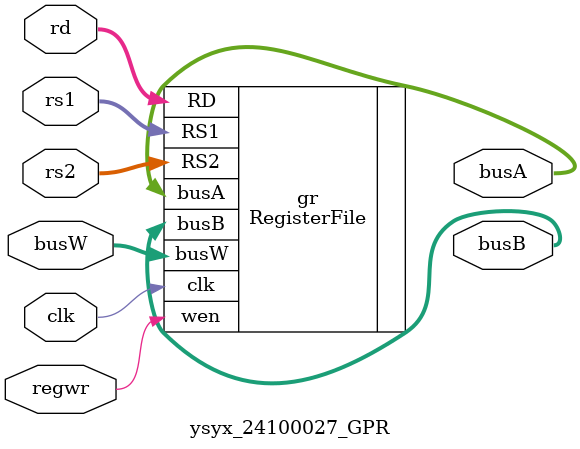
<source format=v>
module ysyx_24100027_GPR(
  input clk,
  input regwr,
  input [4:0] rs1,rs2,rd,
  input [31:0] busW,
  output [31:0] busA, busB
);
    RegisterFile #(5, 32) gr (
        .clk(clk),
        .RD(rd),
        .busW(busW),
        .wen(regwr),
        .RS1(rs1),
        .RS2(rs2),
        .busA(busA),
        .busB(busB)
    );
endmodule
</source>
